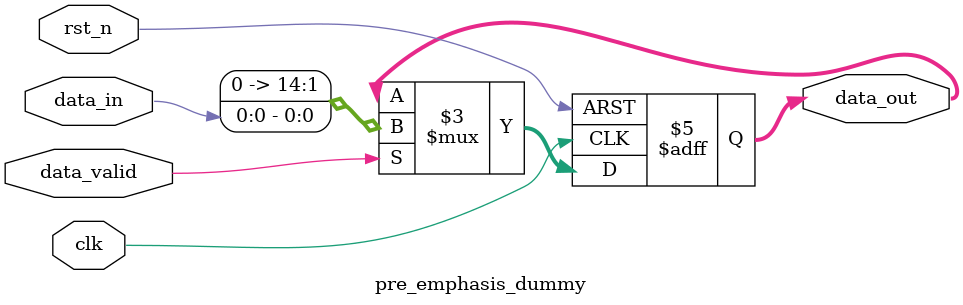
<source format=v>
module pre_emphasis_dummy(
    input wire clk,
    input wire rst_n,
    input wire data_valid,
    input wire data_in,
    output reg [14:0]data_out);
    
    always@(posedge clk or negedge rst_n)
        if(!rst_n)begin
            data_out<=0;
        end else begin
            if(data_valid)begin
                data_out<= data_in;
            end
     end
endmodule

</source>
